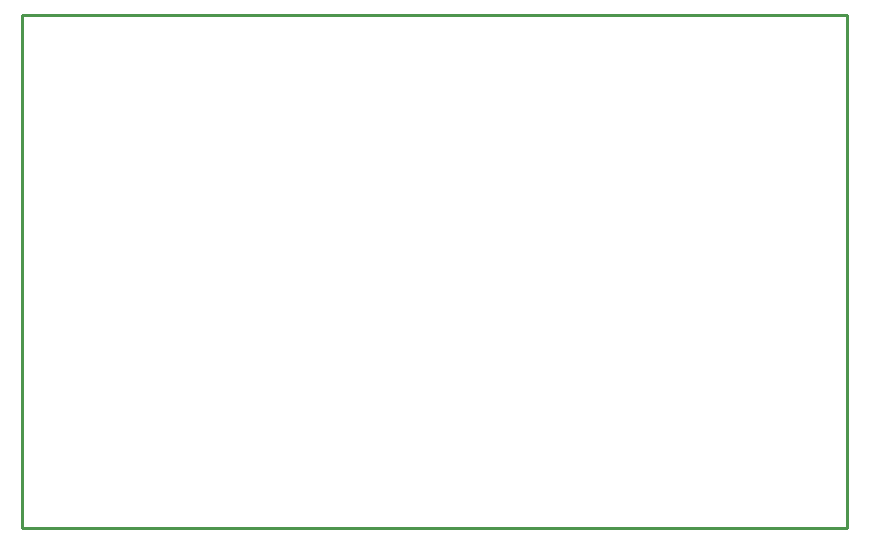
<source format=gko>
G04 Layer: BoardOutline*
G04 EasyEDA v6.4.5, 2020-09-15T17:45:32--6:00*
G04 ee41db2f30d448a8b63ff783f68df95d,ded4796badf941d083ba3d0fd9e507c2,10*
G04 Gerber Generator version 0.2*
G04 Scale: 100 percent, Rotated: No, Reflected: No *
G04 Dimensions in millimeters *
G04 leading zeros omitted , absolute positions ,3 integer and 3 decimal *
%FSLAX33Y33*%
%MOMM*%
G90*
G71D02*

%ADD10C,0.254000*%
G54D10*
G01X0Y43434D02*
G01X0Y43434D01*
G01X69850Y43434D01*
G01X69850Y0D01*
G01X0Y0D01*
G01X0Y43434D01*
G01X0Y43434D01*

%LPD*%
M00*
M02*

</source>
